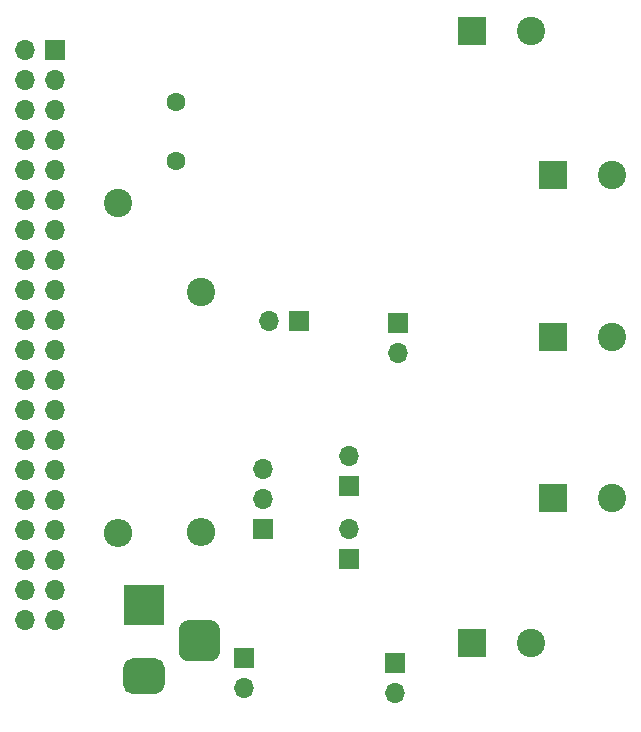
<source format=gbs>
%TF.GenerationSoftware,KiCad,Pcbnew,(5.1.6-0-10_14)*%
%TF.CreationDate,2021-03-02T15:26:55+09:00*%
%TF.ProjectId,qPCR-supercap,71504352-2d73-4757-9065-726361702e6b,rev?*%
%TF.SameCoordinates,Original*%
%TF.FileFunction,Soldermask,Bot*%
%TF.FilePolarity,Negative*%
%FSLAX46Y46*%
G04 Gerber Fmt 4.6, Leading zero omitted, Abs format (unit mm)*
G04 Created by KiCad (PCBNEW (5.1.6-0-10_14)) date 2021-03-02 15:26:55*
%MOMM*%
%LPD*%
G01*
G04 APERTURE LIST*
%ADD10C,2.400000*%
%ADD11R,2.400000X2.400000*%
%ADD12C,1.600000*%
%ADD13R,3.500000X3.500000*%
%ADD14R,1.700000X1.700000*%
%ADD15O,1.700000X1.700000*%
%ADD16O,2.400000X2.400000*%
G04 APERTURE END LIST*
D10*
%TO.C,C6*%
X125800000Y-119200000D03*
D11*
X120800000Y-119200000D03*
%TD*%
%TO.C,C7*%
X127600000Y-106950000D03*
D10*
X132600000Y-106950000D03*
%TD*%
%TO.C,C8*%
X132600000Y-93250000D03*
D11*
X127600000Y-93250000D03*
%TD*%
%TO.C,C9*%
X127600000Y-79550000D03*
D10*
X132600000Y-79550000D03*
%TD*%
%TO.C,C10*%
X125800000Y-67400000D03*
D11*
X120800000Y-67400000D03*
%TD*%
D12*
%TO.C,C12*%
X95700000Y-73400000D03*
X95700000Y-78400000D03*
%TD*%
D13*
%TO.C,J1*%
X93000000Y-116000000D03*
G36*
G01*
X94000000Y-123500000D02*
X92000000Y-123500000D01*
G75*
G02*
X91250000Y-122750000I0J750000D01*
G01*
X91250000Y-121250000D01*
G75*
G02*
X92000000Y-120500000I750000J0D01*
G01*
X94000000Y-120500000D01*
G75*
G02*
X94750000Y-121250000I0J-750000D01*
G01*
X94750000Y-122750000D01*
G75*
G02*
X94000000Y-123500000I-750000J0D01*
G01*
G37*
G36*
G01*
X98575000Y-120750000D02*
X96825000Y-120750000D01*
G75*
G02*
X95950000Y-119875000I0J875000D01*
G01*
X95950000Y-118125000D01*
G75*
G02*
X96825000Y-117250000I875000J0D01*
G01*
X98575000Y-117250000D01*
G75*
G02*
X99450000Y-118125000I0J-875000D01*
G01*
X99450000Y-119875000D01*
G75*
G02*
X98575000Y-120750000I-875000J0D01*
G01*
G37*
%TD*%
D14*
%TO.C,J2*%
X101500000Y-120500000D03*
D15*
X101500000Y-123040000D03*
%TD*%
D14*
%TO.C,J3*%
X106100000Y-91900000D03*
D15*
X103560000Y-91900000D03*
%TD*%
D14*
%TO.C,J4*%
X110400000Y-112100000D03*
D15*
X110400000Y-109560000D03*
%TD*%
%TO.C,J7*%
X110400000Y-103360000D03*
D14*
X110400000Y-105900000D03*
%TD*%
D15*
%TO.C,J6*%
X114300000Y-123440000D03*
D14*
X114300000Y-120900000D03*
%TD*%
D15*
%TO.C,J8*%
X114500000Y-94640000D03*
D14*
X114500000Y-92100000D03*
%TD*%
D16*
%TO.C,R3*%
X90800000Y-109840000D03*
D10*
X90800000Y-81900000D03*
%TD*%
D16*
%TO.C,R4*%
X97800000Y-109820000D03*
D10*
X97800000Y-89500000D03*
%TD*%
D15*
%TO.C,J9*%
X82960000Y-117260000D03*
X85500000Y-117260000D03*
X82960000Y-99480000D03*
X85500000Y-99480000D03*
X82960000Y-94400000D03*
X85500000Y-94400000D03*
X82960000Y-104560000D03*
X85500000Y-104560000D03*
X82960000Y-76620000D03*
X85500000Y-76620000D03*
X82960000Y-107100000D03*
X85500000Y-107100000D03*
X82960000Y-89320000D03*
X85500000Y-89320000D03*
X82960000Y-112180000D03*
X85500000Y-112180000D03*
X82960000Y-109640000D03*
X85500000Y-109640000D03*
X82960000Y-114720000D03*
X85500000Y-114720000D03*
X82960000Y-91860000D03*
X85500000Y-91860000D03*
X82960000Y-79160000D03*
X85500000Y-79160000D03*
X82960000Y-84240000D03*
X85500000Y-84240000D03*
X82960000Y-102020000D03*
X85500000Y-102020000D03*
X82960000Y-81700000D03*
X85500000Y-81700000D03*
X82960000Y-96940000D03*
X85500000Y-96940000D03*
D14*
X85500000Y-69000000D03*
D15*
X82960000Y-69000000D03*
X85500000Y-74080000D03*
X82960000Y-71540000D03*
X82960000Y-86780000D03*
X85500000Y-86780000D03*
X85500000Y-71540000D03*
X82960000Y-74080000D03*
%TD*%
%TO.C,JP1*%
X103100000Y-104420000D03*
X103100000Y-106960000D03*
D14*
X103100000Y-109500000D03*
%TD*%
M02*

</source>
